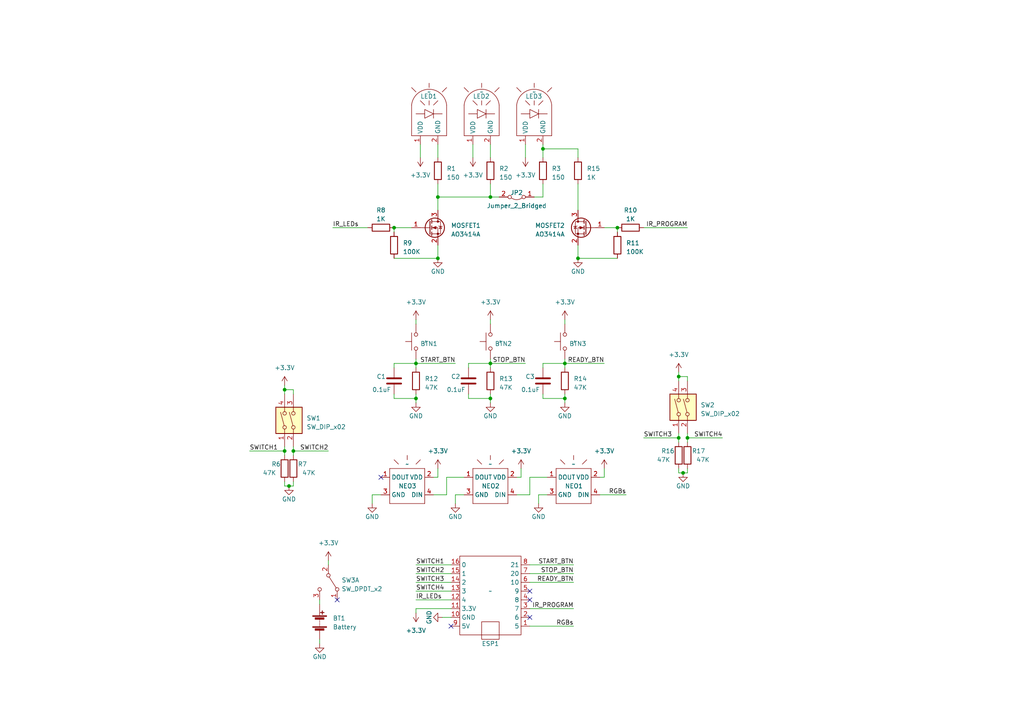
<source format=kicad_sch>
(kicad_sch (version 20230121) (generator eeschema)
  (paper "A4")
  (lib_symbols
    (symbol "Device:Battery" (pin_numbers hide) (pin_names (offset 0) hide)
      (property "Reference" "BT" (at 2.54 2.54 0))
      (property "Value" "Battery" (at 2.54 0 0))
      (symbol "Battery_0_1"
        (rectangle (start -2.032 -1.397) (end 2.032 -1.651) (fill (type outline)))
        (rectangle (start -2.032 1.778) (end 2.032 1.524) (fill (type outline)))
        (rectangle (start -1.3208 -1.9812) (end 1.27 -2.4892) (fill (type outline)))
        (rectangle (start -1.3208 1.1938) (end 1.27 0.6858) (fill (type outline)))
        (polyline (pts (xy 0 -1.524) (xy 0 -1.27)))
        (polyline (pts (xy 0 -1.016) (xy 0 -0.762)))
        (polyline (pts (xy 0 -0.508) (xy 0 -0.254)))
        (polyline (pts (xy 0 0) (xy 0 0.254)))
        (polyline (pts (xy 0 0.508) (xy 0 0.762)))
        (polyline (pts (xy 0 1.778) (xy 0 2.54)))
        (polyline (pts (xy 0.254 2.667) (xy 1.27 2.667)) (stroke (width 0.254)))
        (polyline (pts (xy 0.762 3.175) (xy 0.762 2.159)) (stroke (width 0.254)))
      )
      (symbol "Battery_1_1"
        (pin passive line (at 0 5.08 270) (length 2.54) (name "+") (number "1"))
        (pin passive line (at 0 -5.08 90) (length 2.54) (name "-") (number "2"))
      )
    )
    (symbol "Device:C" (pin_numbers hide) (pin_names (offset 0.254))
      (property "Reference" "C" (at 0.635 2.54 0))
      (property "Value" "C" (at 0.635 -2.54 0))
      (symbol "C_0_1"
        (polyline (pts (xy -2.032 -0.762) (xy 2.032 -0.762)) (stroke (width 0.508)))
        (polyline (pts (xy -2.032 0.762) (xy 2.032 0.762)) (stroke (width 0.508)))
      )
      (symbol "C_1_1"
        (pin passive line (at 0 3.81 270) (length 2.794) (name "~") (number "1"))
        (pin passive line (at 0 -3.81 90) (length 2.794) (name "~") (number "2"))
      )
    )
    (symbol "Device:R" (pin_numbers hide) (pin_names (offset 0))
      (property "Reference" "R" (at 2.032 0 90))
      (property "Value" "R" (at 0 0 90))
      (symbol "R_0_1"
        (rectangle (start -1.016 -2.54) (end 1.016 2.54) (stroke (width 0.254)))
      )
      (symbol "R_1_1"
        (pin passive line (at 0 3.81 270) (length 1.27) (name "~") (number "1"))
        (pin passive line (at 0 -3.81 90) (length 1.27) (name "~") (number "2"))
      )
    )
    (symbol "Jumper:Jumper_2_Bridged" (pin_names (offset 0) hide)
      (property "Reference" "JP" (at 0 1.905 0))
      (property "Value" "Jumper_2_Bridged" (at 0 -2.54 0))
      (symbol "Jumper_2_Bridged_0_0"
        (circle (center -2.032 0) (radius 0.508))
        (circle (center 2.032 0) (radius 0.508))
      )
      (symbol "Jumper_2_Bridged_0_1"
        (arc (start 1.524 0.254) (mid 0 0.762) (end -1.524 0.254))
      )
      (symbol "Jumper_2_Bridged_1_1"
        (pin passive line (at -5.08 0 0) (length 2.54) (name "A") (number "1"))
        (pin passive line (at 5.08 0 180) (length 2.54) (name "B") (number "2"))
      )
    )
    (symbol "Led_5mm_WS2812D__1"
      (property "Reference" "NEO1" (at 0 3.81 0))
      (property "Value" "~" (at 2.54 10.16 0))
      (symbol "Led_5mm_WS2812D__1_0_1"
        (polyline (pts (xy -2.54 -1.27) (xy -2.54 8.89)))
        (polyline (pts (xy -2.54 -1.27) (xy 7.62 -1.27)))
        (polyline (pts (xy -2.54 8.89) (xy 7.62 8.89)))
        (polyline (pts (xy 0 10.16) (xy -1.27 11.43)))
        (polyline (pts (xy 2.54 11.43) (xy 2.54 12.7)))
        (polyline (pts (xy 5.08 10.16) (xy 6.35 11.43)))
        (polyline (pts (xy 7.62 -1.27) (xy 7.62 8.89)))
      )
      (symbol "Led_5mm_WS2812D__1_1_1"
        (pin input line (at -5.08 6.35 0) (length 2.54) (name "DOUT") (number "1"))
        (pin power_in line (at 10.16 6.35 180) (length 2.54) (name "VDD") (number "2"))
        (pin power_out line (at -5.08 1.27 0) (length 2.54) (name "GND") (number "3"))
        (pin input line (at 10.16 1.27 180) (length 2.54) (name "DIN") (number "4"))
      )
    )
    (symbol "Led_5mm_WS2812D__2"
      (property "Reference" "NEO2" (at 0 10.16 0))
      (property "Value" "~" (at 2.54 11.43 0))
      (symbol "Led_5mm_WS2812D__2_0_1"
        (polyline (pts (xy -2.54 -1.27) (xy -2.54 7.62)))
        (polyline (pts (xy -2.54 -1.27) (xy 7.62 -1.27)))
        (polyline (pts (xy -1.27 11.43) (xy -2.54 12.7)))
        (polyline (pts (xy 1.27 7.62) (xy 0 8.89)))
        (polyline (pts (xy 2.54 7.62) (xy 2.54 8.89)))
        (polyline (pts (xy 2.54 12.7) (xy 2.54 13.97)))
        (polyline (pts (xy 3.81 5.08) (xy 6.35 5.08)))
        (polyline (pts (xy 3.81 6.35) (xy 3.81 3.81)))
        (polyline (pts (xy 3.81 7.62) (xy 5.08 8.89)))
        (polyline (pts (xy 6.35 11.43) (xy 7.62 12.7)))
        (polyline (pts (xy 7.62 -1.27) (xy 7.62 7.62)))
        (polyline (pts (xy -1.27 5.08) (xy 1.27 5.08) (xy 1.27 3.81) (xy 3.81 5.08) (xy 1.27 6.35) (xy 1.27 5.08) (xy 1.27 6.35)))
        (arc (start 7.62 7.62) (mid 2.54 12.2078) (end -2.54 7.62))
      )
      (symbol "Led_5mm_WS2812D__2_1_1"
        (pin power_in line (at 0 -3.81 90) (length 2.54) (name "VDD") (number "1"))
        (pin power_out line (at 5.08 -3.81 90) (length 2.54) (name "GND") (number "2"))
      )
    )
    (symbol "Switch:SW_DIP_x02" (pin_names (offset 0) hide)
      (property "Reference" "SW" (at 0 6.35 0))
      (property "Value" "SW_DIP_x02" (at 0 -3.81 0))
      (symbol "SW_DIP_x02_0_0"
        (circle (center -2.032 0) (radius 0.508))
        (circle (center -2.032 2.54) (radius 0.508))
        (polyline (pts (xy -1.524 0.127) (xy 2.3622 1.1684)))
        (polyline (pts (xy -1.524 2.667) (xy 2.3622 3.7084)))
        (circle (center 2.032 0) (radius 0.508))
        (circle (center 2.032 2.54) (radius 0.508))
      )
      (symbol "SW_DIP_x02_0_1"
        (rectangle (start -3.81 5.08) (end 3.81 -2.54) (stroke (width 0.254)) (fill (type background)))
      )
      (symbol "SW_DIP_x02_1_1"
        (pin passive line (at -7.62 2.54 0) (length 5.08) (name "~") (number "1"))
        (pin passive line (at -7.62 0 0) (length 5.08) (name "~") (number "2"))
        (pin passive line (at 7.62 0 180) (length 5.08) (name "~") (number "3"))
        (pin passive line (at 7.62 2.54 180) (length 5.08) (name "~") (number "4"))
      )
    )
    (symbol "Switch:SW_DPDT_x2" (pin_names (offset 0) hide)
      (property "Reference" "SW" (at 0 4.318 0))
      (property "Value" "SW_DPDT_x2" (at 0 -5.08 0))
      (symbol "SW_DPDT_x2_0_0"
        (circle (center -2.032 0) (radius 0.508))
        (circle (center 2.032 -2.54) (radius 0.508))
      )
      (symbol "SW_DPDT_x2_0_1"
        (polyline (pts (xy -1.524 0.254) (xy 1.651 2.286)))
        (circle (center 2.032 2.54) (radius 0.508))
      )
      (symbol "SW_DPDT_x2_1_1"
        (pin passive line (at 5.08 2.54 180) (length 2.54) (name "A") (number "1"))
        (pin passive line (at -5.08 0 0) (length 2.54) (name "B") (number "2"))
        (pin passive line (at 5.08 -2.54 180) (length 2.54) (name "C") (number "3"))
      )
      (symbol "SW_DPDT_x2_2_1"
        (pin passive line (at 5.08 2.54 180) (length 2.54) (name "A") (number "4"))
        (pin passive line (at -5.08 0 0) (length 2.54) (name "B") (number "5"))
        (pin passive line (at 5.08 -2.54 180) (length 2.54) (name "C") (number "6"))
      )
    )
    (symbol "Transistor_FET:AO3400A" (pin_names hide)
      (property "Reference" "Q" (at 5.08 1.905 0))
      (property "Value" "AO3400A" (at 5.08 0 0))
      (symbol "AO3400A_0_1"
        (polyline (pts (xy 0.254 0) (xy -2.54 0)))
        (polyline (pts (xy 0.254 1.905) (xy 0.254 -1.905)) (stroke (width 0.254)))
        (polyline (pts (xy 0.762 -1.27) (xy 0.762 -2.286)) (stroke (width 0.254)))
        (polyline (pts (xy 0.762 0.508) (xy 0.762 -0.508)) (stroke (width 0.254)))
        (polyline (pts (xy 0.762 2.286) (xy 0.762 1.27)) (stroke (width 0.254)))
        (polyline (pts (xy 2.54 2.54) (xy 2.54 1.778)))
        (polyline (pts (xy 2.54 -2.54) (xy 2.54 0) (xy 0.762 0)))
        (polyline (pts (xy 0.762 -1.778) (xy 3.302 -1.778) (xy 3.302 1.778) (xy 0.762 1.778)))
        (polyline (pts (xy 1.016 0) (xy 2.032 0.381) (xy 2.032 -0.381) (xy 1.016 0)) (fill (type outline)))
        (polyline (pts (xy 2.794 0.508) (xy 2.921 0.381) (xy 3.683 0.381) (xy 3.81 0.254)))
        (polyline (pts (xy 3.302 0.381) (xy 2.921 -0.254) (xy 3.683 -0.254) (xy 3.302 0.381)))
        (circle (center 1.651 0) (radius 2.794) (stroke (width 0.254)))
        (circle (center 2.54 -1.778) (radius 0.254) (fill (type outline)))
        (circle (center 2.54 1.778) (radius 0.254) (fill (type outline)))
      )
      (symbol "AO3400A_1_1"
        (pin input line (at -5.08 0 0) (length 2.54) (name "G") (number "1"))
        (pin passive line (at 2.54 -5.08 90) (length 2.54) (name "S") (number "2"))
        (pin passive line (at 2.54 5.08 270) (length 2.54) (name "D") (number "3"))
      )
    )
    (symbol "custom_symbols:Button" (pin_numbers hide) (pin_names (offset 1.016) hide)
      (property "Reference" "BTN" (at 1.27 2.54 0))
      (symbol "Button_0_1"
        (circle (center -2.032 0) (radius 0.508))
        (polyline (pts (xy 0 1.27) (xy 0 3.048)))
        (polyline (pts (xy 2.54 1.27) (xy -2.54 1.27)))
        (circle (center 2.032 0) (radius 0.508))
        (pin passive line (at -5.08 0 0) (length 2.54) (name "1") (number "1"))
        (pin passive line (at 5.08 0 180) (length 2.54) (name "2") (number "2"))
      )
    )
    (symbol "custom_symbols:ESP32_supermini"
      (property "Reference" "ESP1" (at 0 -1.27 0))
      (property "Value" "~" (at 0 -2.54 0))
      (symbol "ESP32_supermini_0_1"
        (rectangle (start -8.89 10.16) (end 8.89 -12.7))
        (rectangle (start -2.54 11.43) (end 2.54 6.35))
      )
      (symbol "ESP32_supermini_1_1"
        (pin bidirectional line (at -11.43 7.62 0) (length 2.54) (name "5") (number "1"))
        (pin power_in line (at 11.43 5.08 180) (length 2.54) (name "GND") (number "10"))
        (pin power_in line (at 11.43 2.54 180) (length 2.54) (name "3.3V") (number "11"))
        (pin bidirectional line (at 11.43 0 180) (length 2.54) (name "4") (number "12"))
        (pin bidirectional line (at 11.43 -2.54 180) (length 2.54) (name "3") (number "13"))
        (pin bidirectional line (at 11.43 -5.08 180) (length 2.54) (name "2") (number "14"))
        (pin bidirectional line (at 11.43 -7.62 180) (length 2.54) (name "1") (number "15"))
        (pin bidirectional line (at 11.43 -10.16 180) (length 2.54) (name "0") (number "16"))
        (pin bidirectional line (at -11.43 5.08 0) (length 2.54) (name "6") (number "2"))
        (pin bidirectional line (at -11.43 2.54 0) (length 2.54) (name "7") (number "3"))
        (pin bidirectional line (at -11.43 0 0) (length 2.54) (name "8") (number "4"))
        (pin bidirectional line (at -11.43 -2.54 0) (length 2.54) (name "9") (number "5"))
        (pin bidirectional line (at -11.43 -5.08 0) (length 2.54) (name "10") (number "6"))
        (pin bidirectional line (at -11.43 -7.62 0) (length 2.54) (name "20") (number "7"))
        (pin bidirectional line (at -11.43 -10.16 0) (length 2.54) (name "21") (number "8"))
        (pin power_in line (at 11.43 7.62 180) (length 2.54) (name "5V") (number "9"))
      )
    )
    (symbol "power:+3.3V" (power) (pin_names (offset 0))
      (property "Value" "+3.3V" (at 0 3.556 0))
      (symbol "+3.3V_0_1"
        (polyline (pts (xy -0.762 1.27) (xy 0 2.54)))
        (polyline (pts (xy 0 0) (xy 0 2.54)))
        (polyline (pts (xy 0 2.54) (xy 0.762 1.27)))
      )
      (symbol "+3.3V_1_1"
        (pin power_in line (at 0 0 90) (length 0) hide (name "+3.3V") (number "1"))
      )
    )
    (symbol "power:GND" (power) (pin_names (offset 0))
      (property "Value" "GND" (at 0 -3.81 0))
      (symbol "GND_0_1"
        (polyline (pts (xy 0 0) (xy 0 -1.27) (xy 1.27 -1.27) (xy 0 -2.54) (xy -1.27 -1.27) (xy 0 -1.27)))
      )
      (symbol "GND_1_1"
        (pin power_in line (at 0 0 270) (length 0) hide (name "GND") (number "1"))
      )
    )
  )
  (junction (at 127 74.93))
  (junction (at 142.24 57.15))
  (junction (at 82.55 130.81))
  (junction (at 127 57.15))
  (junction (at 199.39 127))
  (junction (at 83.82 140.97))
  (junction (at 120.65 115.57))
  (junction (at 157.48 43.18))
  (junction (at 196.85 109.22))
  (junction (at 179.07 66.04))
  (junction (at 163.83 115.57))
  (junction (at 163.83 105.41))
  (junction (at 85.09 130.81))
  (junction (at 114.3 66.04))
  (junction (at 142.24 105.41))
  (junction (at 167.64 74.93))
  (junction (at 198.12 137.16))
  (junction (at 120.65 105.41))
  (junction (at 196.85 127))
  (junction (at 142.24 115.57))
  (junction (at 82.55 113.03))
  (no_connect (at 110.49 138.43))
  (no_connect (at 153.67 179.07))
  (no_connect (at 97.79 173.99))
  (no_connect (at 130.81 181.61))
  (no_connect (at 153.67 171.45))
  (no_connect (at 153.67 173.99))
  (wire (pts (xy 82.55 129.54) (xy 82.55 130.81)))
  (wire (pts (xy 127 57.15) (xy 127 60.96)))
  (wire (pts (xy 120.65 105.41) (xy 120.65 106.68)))
  (wire (pts (xy 167.64 43.18) (xy 167.64 45.72)))
  (wire (pts (xy 166.37 166.37) (xy 153.67 166.37)))
  (wire (pts (xy 175.26 135.89) (xy 175.26 138.43)))
  (wire (pts (xy 142.24 53.34) (xy 142.24 57.15)))
  (wire (pts (xy 175.26 138.43) (xy 173.99 138.43)))
  (wire (pts (xy 157.48 43.18) (xy 167.64 43.18)))
  (wire (pts (xy 137.16 41.91) (xy 137.16 45.72)))
  (wire (pts (xy 179.07 66.04) (xy 179.07 67.31)))
  (wire (pts (xy 151.13 138.43) (xy 149.86 138.43)))
  (wire (pts (xy 142.24 105.41) (xy 152.4 105.41)))
  (wire (pts (xy 157.48 43.18) (xy 157.48 45.72)))
  (wire (pts (xy 163.83 105.41) (xy 157.48 105.41)))
  (wire (pts (xy 82.55 113.03) (xy 82.55 114.3)))
  (wire (pts (xy 157.48 41.91) (xy 157.48 43.18)))
  (wire (pts (xy 82.55 140.97) (xy 83.82 140.97)))
  (wire (pts (xy 130.81 166.37) (xy 120.65 166.37)))
  (wire (pts (xy 196.85 109.22) (xy 199.39 109.22)))
  (wire (pts (xy 153.67 143.51) (xy 153.67 138.43)))
  (wire (pts (xy 142.24 115.57) (xy 142.24 116.84)))
  (wire (pts (xy 142.24 41.91) (xy 142.24 45.72)))
  (wire (pts (xy 163.83 115.57) (xy 163.83 116.84)))
  (wire (pts (xy 157.48 105.41) (xy 157.48 106.68)))
  (wire (pts (xy 199.39 109.22) (xy 199.39 110.49)))
  (wire (pts (xy 153.67 138.43) (xy 158.75 138.43)))
  (wire (pts (xy 121.92 41.91) (xy 121.92 45.72)))
  (wire (pts (xy 166.37 176.53) (xy 153.67 176.53)))
  (wire (pts (xy 127 135.89) (xy 127 138.43)))
  (wire (pts (xy 120.65 115.57) (xy 120.65 116.84)))
  (wire (pts (xy 166.37 181.61) (xy 153.67 181.61)))
  (wire (pts (xy 107.95 143.51) (xy 107.95 146.05)))
  (wire (pts (xy 163.83 114.3) (xy 163.83 115.57)))
  (wire (pts (xy 163.83 104.14) (xy 163.83 105.41)))
  (wire (pts (xy 127 57.15) (xy 142.24 57.15)))
  (wire (pts (xy 199.39 125.73) (xy 199.39 127)))
  (wire (pts (xy 130.81 179.07) (xy 128.27 179.07)))
  (wire (pts (xy 198.12 137.16) (xy 199.39 137.16)))
  (wire (pts (xy 149.86 143.51) (xy 153.67 143.51)))
  (wire (pts (xy 127 138.43) (xy 125.73 138.43)))
  (wire (pts (xy 83.82 140.97) (xy 85.09 140.97)))
  (wire (pts (xy 163.83 92.71) (xy 163.83 93.98)))
  (wire (pts (xy 130.81 171.45) (xy 120.65 171.45)))
  (wire (pts (xy 158.75 143.51) (xy 156.21 143.51)))
  (wire (pts (xy 82.55 111.76) (xy 82.55 113.03)))
  (wire (pts (xy 129.54 143.51) (xy 129.54 138.43)))
  (wire (pts (xy 85.09 140.97) (xy 85.09 139.7)))
  (wire (pts (xy 114.3 66.04) (xy 114.3 67.31)))
  (wire (pts (xy 72.39 130.81) (xy 82.55 130.81)))
  (wire (pts (xy 82.55 113.03) (xy 85.09 113.03)))
  (wire (pts (xy 92.71 185.42) (xy 92.71 186.69)))
  (wire (pts (xy 163.83 105.41) (xy 163.83 106.68)))
  (wire (pts (xy 186.69 66.04) (xy 199.39 66.04)))
  (wire (pts (xy 85.09 130.81) (xy 95.25 130.81)))
  (wire (pts (xy 196.85 137.16) (xy 198.12 137.16)))
  (wire (pts (xy 130.81 168.91) (xy 120.65 168.91)))
  (wire (pts (xy 95.25 162.56) (xy 95.25 163.83)))
  (wire (pts (xy 92.71 173.99) (xy 92.71 175.26)))
  (wire (pts (xy 166.37 163.83) (xy 153.67 163.83)))
  (wire (pts (xy 199.39 127) (xy 209.55 127)))
  (wire (pts (xy 196.85 109.22) (xy 196.85 110.49)))
  (wire (pts (xy 151.13 135.89) (xy 151.13 138.43)))
  (wire (pts (xy 129.54 138.43) (xy 134.62 138.43)))
  (wire (pts (xy 199.39 127) (xy 199.39 128.27)))
  (wire (pts (xy 175.26 66.04) (xy 179.07 66.04)))
  (wire (pts (xy 173.99 143.51) (xy 181.61 143.51)))
  (wire (pts (xy 199.39 137.16) (xy 199.39 135.89)))
  (wire (pts (xy 120.65 176.53) (xy 120.65 177.8)))
  (wire (pts (xy 157.48 53.34) (xy 157.48 57.15)))
  (wire (pts (xy 142.24 105.41) (xy 142.24 106.68)))
  (wire (pts (xy 85.09 130.81) (xy 85.09 132.08)))
  (wire (pts (xy 114.3 66.04) (xy 119.38 66.04)))
  (wire (pts (xy 196.85 125.73) (xy 196.85 127)))
  (wire (pts (xy 127 53.34) (xy 127 57.15)))
  (wire (pts (xy 85.09 113.03) (xy 85.09 114.3)))
  (wire (pts (xy 166.37 168.91) (xy 153.67 168.91)))
  (wire (pts (xy 120.65 105.41) (xy 114.3 105.41)))
  (wire (pts (xy 142.24 57.15) (xy 144.78 57.15)))
  (wire (pts (xy 130.81 173.99) (xy 120.65 173.99)))
  (wire (pts (xy 167.64 74.93) (xy 179.07 74.93)))
  (wire (pts (xy 96.52 66.04) (xy 106.68 66.04)))
  (wire (pts (xy 110.49 143.51) (xy 107.95 143.51)))
  (wire (pts (xy 135.89 114.3) (xy 135.89 115.57)))
  (wire (pts (xy 154.94 57.15) (xy 157.48 57.15)))
  (wire (pts (xy 125.73 143.51) (xy 129.54 143.51)))
  (wire (pts (xy 85.09 129.54) (xy 85.09 130.81)))
  (wire (pts (xy 142.24 92.71) (xy 142.24 93.98)))
  (wire (pts (xy 130.81 163.83) (xy 120.65 163.83)))
  (wire (pts (xy 135.89 115.57) (xy 142.24 115.57)))
  (wire (pts (xy 157.48 115.57) (xy 163.83 115.57)))
  (wire (pts (xy 114.3 105.41) (xy 114.3 106.68)))
  (wire (pts (xy 156.21 143.51) (xy 156.21 146.05)))
  (wire (pts (xy 82.55 139.7) (xy 82.55 140.97)))
  (wire (pts (xy 114.3 114.3) (xy 114.3 115.57)))
  (wire (pts (xy 120.65 114.3) (xy 120.65 115.57)))
  (wire (pts (xy 157.48 114.3) (xy 157.48 115.57)))
  (wire (pts (xy 142.24 114.3) (xy 142.24 115.57)))
  (wire (pts (xy 120.65 92.71) (xy 120.65 93.98)))
  (wire (pts (xy 82.55 130.81) (xy 82.55 132.08)))
  (wire (pts (xy 186.69 127) (xy 196.85 127)))
  (wire (pts (xy 127 71.12) (xy 127 74.93)))
  (wire (pts (xy 134.62 143.51) (xy 132.08 143.51)))
  (wire (pts (xy 132.08 143.51) (xy 132.08 146.05)))
  (wire (pts (xy 120.65 104.14) (xy 120.65 105.41)))
  (wire (pts (xy 142.24 104.14) (xy 142.24 105.41)))
  (wire (pts (xy 142.24 105.41) (xy 135.89 105.41)))
  (wire (pts (xy 196.85 107.95) (xy 196.85 109.22)))
  (wire (pts (xy 196.85 127) (xy 196.85 128.27)))
  (wire (pts (xy 163.83 105.41) (xy 175.26 105.41)))
  (wire (pts (xy 167.64 71.12) (xy 167.64 74.93)))
  (wire (pts (xy 120.65 105.41) (xy 132.08 105.41)))
  (wire (pts (xy 152.4 41.91) (xy 152.4 45.72)))
  (wire (pts (xy 130.81 176.53) (xy 120.65 176.53)))
  (wire (pts (xy 196.85 135.89) (xy 196.85 137.16)))
  (wire (pts (xy 135.89 105.41) (xy 135.89 106.68)))
  (wire (pts (xy 114.3 74.93) (xy 127 74.93)))
  (wire (pts (xy 114.3 115.57) (xy 120.65 115.57)))
  (wire (pts (xy 127 41.91) (xy 127 45.72)))
  (wire (pts (xy 167.64 53.34) (xy 167.64 60.96)))
  (label "START_BTN" (at 166.37 163.83 180))
  (label "SWITCH2" (at 120.65 166.37 0))
  (label "IR_PROGRAM" (at 166.37 176.53 180))
  (label "READY_BTN" (at 175.26 105.41 180))
  (label "SWITCH1" (at 120.65 163.83 0))
  (label "SWITCH2" (at 95.25 130.81 180))
  (label "SWITCH4" (at 209.55 127 180))
  (label "RGBs" (at 181.61 143.51 180))
  (label "STOP_BTN" (at 152.4 105.41 180))
  (label "READY_BTN" (at 166.37 168.91 180))
  (label "IR_LEDs" (at 120.65 173.99 0))
  (label "SWITCH3" (at 120.65 168.91 0))
  (label "IR_PROGRAM" (at 199.39 66.04 180))
  (label "SWITCH3" (at 186.69 127 0))
  (label "IR_LEDs" (at 96.52 66.04 0))
  (label "SWITCH1" (at 72.39 130.81 0))
  (label "STOP_BTN" (at 166.37 166.37 180))
  (label "SWITCH4" (at 120.65 171.45 0))
  (label "RGBs" (at 166.37 181.61 180))
  (label "START_BTN" (at 132.08 105.41 180))
  (symbol (lib_id "Device:R") (at 114.3 71.12 0) (unit 1)
    (property "Reference" "R9" (at 116.84 70.485 0) (effects (justify left)))
    (property "Value" "100K" (at 116.84 73.025 0) (effects (justify left)))
    (property "Footprint" "Resistor_SMD:R_0805_2012Metric_Pad1.20x1.40mm_HandSolder" (effects hide))
  )
  (symbol (lib_id "custom_symbols:Button") (at 120.65 99.06 90) (unit 1)
    (property "Reference" "BTN1" (at 121.92 99.695 90) (effects (justify right)))
    (property "Value" "~" (at 123.444 99.06 0))
    (property "Footprint" "Button_Switch_SMD:SW_Push_1P1T_NO_6x6mm_H9.5mm" (effects hide))
    (property "Aliexpress" "https://es.aliexpress.com/item/1005005602103011.html" (effects hide))
  )
  (symbol (lib_id "Device:R") (at 157.48 49.53 0) (unit 1)
    (property "Reference" "R3" (at 160.02 48.895 0) (effects (justify left)))
    (property "Value" "150" (at 160.02 51.435 0) (effects (justify left)))
    (property "Footprint" "Resistor_SMD:R_0805_2012Metric_Pad1.20x1.40mm_HandSolder" (effects hide))
  )
  (symbol (lib_id "power:GND") (at 127 74.93 0) (unit 1)
    (property "Reference" "#PWR03" (effects hide))
    (property "Value" "GND" (at 127 78.74 0))
  )
  (symbol (lib_id "power:+3.3V") (at 82.55 111.76 0) (unit 1)
    (property "Reference" "#PWR020" (effects hide))
    (property "Value" "+3.3V" (at 82.55 106.68 0))
  )
  (symbol (lib_name "Led_5mm_WS2812D__1") (lib_id "custom_symbols:Led_5mm_WS2812D_") (at 139.7 144.78 0) (unit 1)
    (property "Reference" "NEO2" (at 139.7 140.97 0) (effects (justify left)))
    (property "Value" "~" (at 142.24 134.62 0))
    (property "Footprint" "LED_SMD:LED_WS2812B-2020_PLCC4_2.0x2.0mm" (effects hide))
    (property "Aliexpress" "https://es.aliexpress.com/item/1005006449117605.html" (effects hide))
  )
  (symbol (lib_id "Device:R") (at 127 49.53 0) (unit 1)
    (property "Reference" "R1" (at 129.54 48.895 0) (effects (justify left)))
    (property "Value" "150" (at 129.54 51.435 0) (effects (justify left)))
    (property "Footprint" "Resistor_SMD:R_0805_2012Metric_Pad1.20x1.40mm_HandSolder" (effects hide))
  )
  (symbol (lib_id "power:+3.3V") (at 175.26 135.89 0) (unit 1)
    (property "Reference" "#PWR09" (effects hide))
    (property "Value" "+3.3V" (at 175.26 130.81 0))
  )
  (symbol (lib_id "Device:Battery") (at 92.71 180.34 0) (unit 1)
    (property "Reference" "BT1" (at 96.52 179.324 0) (effects (justify left)))
    (property "Value" "Battery" (at 96.52 181.864 0) (effects (justify left)))
    (property "Footprint" "Battery:BatteryHolder_Keystone_3002_1x2032" (effects hide))
    (property "Aliexpress" "https://es.aliexpress.com/item/1005006029630007.html" (effects hide))
  )
  (symbol (lib_id "power:GND") (at 120.65 116.84 0) (unit 1)
    (property "Reference" "#PWR017" (effects hide))
    (property "Value" "GND" (at 120.65 120.65 0))
  )
  (symbol (lib_id "power:GND") (at 132.08 146.05 0) (unit 1)
    (property "Reference" "#PWR010" (effects hide))
    (property "Value" "GND" (at 132.08 149.86 0))
  )
  (symbol (lib_name "Led_5mm_WS2812D__1") (lib_id "custom_symbols:Led_5mm_WS2812D_") (at 163.83 144.78 0) (unit 1)
    (property "Reference" "NEO1" (at 163.83 140.97 0) (effects (justify left)))
    (property "Value" "~" (at 166.37 134.62 0))
    (property "Footprint" "LED_SMD:LED_WS2812B-2020_PLCC4_2.0x2.0mm" (effects hide))
    (property "Aliexpress" "https://es.aliexpress.com/item/1005006449117605.html" (effects hide))
  )
  (symbol (lib_id "Device:R") (at 196.85 132.08 0) (unit 1)
    (property "Reference" "R16" (at 191.77 130.81 0) (effects (justify left)))
    (property "Value" "47K" (at 190.5 133.35 0) (effects (justify left)))
    (property "Footprint" "Resistor_SMD:R_0805_2012Metric_Pad1.20x1.40mm_HandSolder" (effects hide))
  )
  (symbol (lib_id "power:+3.3V") (at 137.16 45.72 180) (unit 1)
    (property "Reference" "#PWR06" (effects hide))
    (property "Value" "+3.3V" (at 137.16 50.8 0))
  )
  (symbol (lib_id "Device:R") (at 85.09 135.89 0) (unit 1)
    (property "Reference" "R7" (at 86.36 134.62 0) (effects (justify left)))
    (property "Value" "47K" (at 87.63 137.16 0) (effects (justify left)))
    (property "Footprint" "Resistor_SMD:R_0805_2012Metric_Pad1.20x1.40mm_HandSolder" (effects hide))
  )
  (symbol (lib_id "power:GND") (at 92.71 186.69 0) (unit 1)
    (property "Reference" "#PWR021" (effects hide))
    (property "Value" "GND" (at 92.71 190.5 0))
  )
  (symbol (lib_id "Switch:SW_DIP_x02") (at 199.39 118.11 90) (unit 1)
    (property "Reference" "SW2" (at 203.2 117.475 90) (effects (justify right)))
    (property "Value" "SW_DIP_x02" (at 203.2 120.015 90) (effects (justify right)))
    (property "Footprint" "Button_Switch_SMD:SW_DIP_SPSTx02_Slide_6.7x6.64mm_W8.61mm_P2.54mm_LowProfile" (effects hide))
    (property "Aliexpress" "https://es.aliexpress.com/item/1005006144087226.html" (effects hide))
  )
  (symbol (lib_id "power:GND") (at 198.12 137.16 0) (unit 1)
    (property "Reference" "#PWR02" (effects hide))
    (property "Value" "GND" (at 198.12 140.97 0))
  )
  (symbol (lib_id "Device:C") (at 135.89 110.49 0) (mirror y) (unit 1)
    (property "Reference" "C2" (at 130.81 109.22 0) (effects (justify right)))
    (property "Value" "0.1uF" (at 129.54 113.03 0) (effects (justify right)))
    (property "Footprint" "Capacitor_SMD:C_0805_2012Metric_Pad1.18x1.45mm_HandSolder" (effects hide))
  )
  (symbol (lib_id "Device:R") (at 167.64 49.53 0) (unit 1)
    (property "Reference" "R15" (at 170.18 48.895 0) (effects (justify left)))
    (property "Value" "1K" (at 170.18 51.435 0) (effects (justify left)))
    (property "Footprint" "Resistor_SMD:R_0805_2012Metric_Pad1.20x1.40mm_HandSolder" (effects hide))
  )
  (symbol (lib_id "Device:R") (at 110.49 66.04 90) (unit 1)
    (property "Reference" "R8" (at 110.49 60.96 90))
    (property "Value" "1K" (at 110.49 63.5 90))
    (property "Footprint" "Resistor_SMD:R_0805_2012Metric_Pad1.20x1.40mm_HandSolder" (effects hide))
  )
  (symbol (lib_id "Switch:SW_DPDT_x2") (at 95.25 168.91 270) (unit 1)
    (property "Reference" "SW3" (at 99.06 168.275 90) (effects (justify left)))
    (property "Value" "SW_DPDT_x2" (at 99.06 170.815 90) (effects (justify left)))
    (property "Footprint" "Button_Switch_SMD:SW_SPDT_PCM12" (effects hide))
    (property "Aliexpress" "https://es.aliexpress.com/item/32963237441.html" (effects hide))
  )
  (symbol (lib_name "Led_5mm_WS2812D__2") (lib_id "custom_symbols:Led_5mm_WS2812D_") (at 152.4 38.1 0) (unit 1)
    (property "Reference" "LED3" (at 152.4 27.94 0) (effects (justify left)))
    (property "Value" "~" (at 154.94 26.67 0))
    (property "Footprint" "LED_SMD:LED_PLCC-2_3x2mm_KA" (effects hide))
    (property "Aliexpress" "https://es.aliexpress.com/item/1005003852381793.html" (effects hide))
  )
  (symbol (lib_name "Led_5mm_WS2812D__1") (lib_id "custom_symbols:Led_5mm_WS2812D_") (at 115.57 144.78 0) (unit 1)
    (property "Reference" "NEO3" (at 115.57 140.97 0) (effects (justify left)))
    (property "Value" "~" (at 118.11 134.62 0))
    (property "Footprint" "LED_SMD:LED_WS2812B-2020_PLCC4_2.0x2.0mm" (effects hide))
    (property "Aliexpress" "https://es.aliexpress.com/item/1005006449117605.html" (effects hide))
  )
  (symbol (lib_id "power:+3.3V") (at 95.25 162.56 0) (unit 1)
    (property "Reference" "#PWR023" (effects hide))
    (property "Value" "+3.3V" (at 95.25 157.48 0))
  )
  (symbol (lib_id "power:+3.3V") (at 142.24 92.71 0) (unit 1)
    (property "Reference" "#PWR015" (effects hide))
    (property "Value" "+3.3V" (at 142.24 87.63 0))
  )
  (symbol (lib_id "power:GND") (at 163.83 116.84 0) (unit 1)
    (property "Reference" "#PWR019" (effects hide))
    (property "Value" "GND" (at 163.83 120.65 0))
  )
  (symbol (lib_id "Device:R") (at 142.24 49.53 0) (unit 1)
    (property "Reference" "R2" (at 144.78 48.895 0) (effects (justify left)))
    (property "Value" "150" (at 144.78 51.435 0) (effects (justify left)))
    (property "Footprint" "Resistor_SMD:R_0805_2012Metric_Pad1.20x1.40mm_HandSolder" (effects hide))
  )
  (symbol (lib_id "power:+3.3V") (at 127 135.89 0) (unit 1)
    (property "Reference" "#PWR013" (effects hide))
    (property "Value" "+3.3V" (at 127 130.81 0))
  )
  (symbol (lib_id "Transistor_FET:AO3400A") (at 170.18 66.04 0) (mirror y) (unit 1)
    (property "Reference" "MOSFET2" (at 163.83 65.405 0) (effects (justify left)))
    (property "Value" "AO3414A" (at 163.83 67.945 0) (effects (justify left)))
    (property "Footprint" "Package_TO_SOT_SMD:SOT-23" (effects hide))
    (property "Datasheet" "http://www.aosmd.com/pdfs/datasheet/AO3400A.pdf" (effects hide))
  )
  (symbol (lib_name "Led_5mm_WS2812D__2") (lib_id "custom_symbols:Led_5mm_WS2812D_") (at 137.16 38.1 0) (unit 1)
    (property "Reference" "LED2" (at 137.16 27.94 0) (effects (justify left)))
    (property "Value" "~" (at 139.7 26.67 0))
    (property "Footprint" "LED_SMD:LED_PLCC-2_3x2mm_KA" (effects hide))
    (property "Aliexpress" "https://es.aliexpress.com/item/1005003852381793.html" (effects hide))
  )
  (symbol (lib_id "power:+3.3V") (at 151.13 135.89 0) (unit 1)
    (property "Reference" "#PWR011" (effects hide))
    (property "Value" "+3.3V" (at 151.13 130.81 0))
  )
  (symbol (lib_id "custom_symbols:Button") (at 163.83 99.06 90) (unit 1)
    (property "Reference" "BTN3" (at 165.1 99.695 90) (effects (justify right)))
    (property "Value" "~" (at 166.624 99.06 0))
    (property "Footprint" "Button_Switch_SMD:SW_Push_1P1T_NO_6x6mm_H9.5mm" (effects hide))
    (property "Aliexpress" "https://es.aliexpress.com/item/1005005602103011.html" (effects hide))
  )
  (symbol (lib_id "power:+3.3V") (at 120.65 177.8 180) (unit 1)
    (property "Reference" "#PWR024" (effects hide))
    (property "Value" "+3.3V" (at 120.65 182.88 0))
  )
  (symbol (lib_name "Led_5mm_WS2812D__2") (lib_id "custom_symbols:Led_5mm_WS2812D_") (at 121.92 38.1 0) (unit 1)
    (property "Reference" "LED1" (at 121.92 27.94 0) (effects (justify left)))
    (property "Value" "~" (at 124.46 26.67 0))
    (property "Footprint" "LED_SMD:LED_PLCC-2_3x2mm_KA" (effects hide))
    (property "Aliexpress" "https://es.aliexpress.com/item/1005003852381793.html" (effects hide))
  )
  (symbol (lib_id "power:GND") (at 128.27 179.07 270) (unit 1)
    (property "Reference" "#PWR025" (effects hide))
    (property "Value" "GND" (at 124.46 179.07 0))
  )
  (symbol (lib_id "Device:R") (at 179.07 71.12 0) (unit 1)
    (property "Reference" "R11" (at 181.61 70.485 0) (effects (justify left)))
    (property "Value" "100K" (at 181.61 73.025 0) (effects (justify left)))
    (property "Footprint" "Resistor_SMD:R_0805_2012Metric_Pad1.20x1.40mm_HandSolder" (effects hide))
  )
  (symbol (lib_id "Transistor_FET:AO3400A") (at 124.46 66.04 0) (unit 1)
    (property "Reference" "MOSFET1" (at 130.81 65.405 0) (effects (justify left)))
    (property "Value" "AO3414A" (at 130.81 67.945 0) (effects (justify left)))
    (property "Footprint" "Package_TO_SOT_SMD:SOT-23" (effects hide))
    (property "Datasheet" "http://www.aosmd.com/pdfs/datasheet/AO3400A.pdf" (effects hide))
  )
  (symbol (lib_id "power:+3.3V") (at 121.92 45.72 180) (unit 1)
    (property "Reference" "#PWR05" (effects hide))
    (property "Value" "+3.3V" (at 121.92 50.8 0))
  )
  (symbol (lib_id "power:+3.3V") (at 196.85 107.95 0) (unit 1)
    (property "Reference" "#PWR022" (effects hide))
    (property "Value" "+3.3V" (at 196.85 102.87 0))
  )
  (symbol (lib_id "custom_symbols:ESP32_supermini") (at 142.24 173.99 180) (unit 1)
    (property "Reference" "ESP1" (at 142.24 186.69 0))
    (property "Value" "~" (at 142.24 171.45 0))
    (property "Footprint" "custom_footprints:ESP32_supermini" (effects hide))
    (property "Aliexpress" "https://es.aliexpress.com/item/1005006350465839.html" (effects hide))
  )
  (symbol (lib_id "power:GND") (at 167.64 74.93 0) (unit 1)
    (property "Reference" "#PWR04" (effects hide))
    (property "Value" "GND" (at 167.64 78.74 0))
  )
  (symbol (lib_id "Jumper:Jumper_2_Bridged") (at 149.86 57.15 180) (unit 1)
    (property "Reference" "JP2" (at 149.86 55.88 0))
    (property "Value" "Jumper_2_Bridged" (at 149.86 59.69 0))
    (property "Footprint" "Jumper:SolderJumper-2_P1.3mm_Bridged_Pad1.0x1.5mm" (effects hide))
  )
  (symbol (lib_id "custom_symbols:Button") (at 142.24 99.06 90) (unit 1)
    (property "Reference" "BTN2" (at 143.51 99.695 90) (effects (justify right)))
    (property "Value" "~" (at 145.034 99.06 0))
    (property "Footprint" "Button_Switch_SMD:SW_Push_1P1T_NO_6x6mm_H9.5mm" (effects hide))
    (property "Aliexpress" "https://es.aliexpress.com/item/1005005602103011.html" (effects hide))
  )
  (symbol (lib_id "power:+3.3V") (at 152.4 45.72 180) (unit 1)
    (property "Reference" "#PWR07" (effects hide))
    (property "Value" "+3.3V" (at 152.4 50.8 0))
  )
  (symbol (lib_id "Device:C") (at 157.48 110.49 0) (mirror y) (unit 1)
    (property "Reference" "C3" (at 152.4 109.22 0) (effects (justify right)))
    (property "Value" "0.1uF" (at 151.13 113.03 0) (effects (justify right)))
    (property "Footprint" "Capacitor_SMD:C_0805_2012Metric_Pad1.18x1.45mm_HandSolder" (effects hide))
  )
  (symbol (lib_id "power:GND") (at 83.82 140.97 0) (unit 1)
    (property "Reference" "#PWR01" (effects hide))
    (property "Value" "GND" (at 83.82 144.78 0))
  )
  (symbol (lib_id "Device:R") (at 82.55 135.89 0) (unit 1)
    (property "Reference" "R6" (at 78.74 134.62 0) (effects (justify left)))
    (property "Value" "47K" (at 76.2 137.16 0) (effects (justify left)))
    (property "Footprint" "Resistor_SMD:R_0805_2012Metric_Pad1.20x1.40mm_HandSolder" (effects hide))
  )
  (symbol (lib_id "power:GND") (at 156.21 146.05 0) (unit 1)
    (property "Reference" "#PWR08" (effects hide))
    (property "Value" "GND" (at 156.21 149.86 0))
  )
  (symbol (lib_id "power:GND") (at 142.24 116.84 0) (unit 1)
    (property "Reference" "#PWR018" (effects hide))
    (property "Value" "GND" (at 142.24 120.65 0))
  )
  (symbol (lib_id "Device:R") (at 182.88 66.04 90) (unit 1)
    (property "Reference" "R10" (at 182.88 60.96 90))
    (property "Value" "1K" (at 182.88 63.5 90))
    (property "Footprint" "Resistor_SMD:R_0805_2012Metric_Pad1.20x1.40mm_HandSolder" (effects hide))
  )
  (symbol (lib_id "power:+3.3V") (at 120.65 92.71 0) (unit 1)
    (property "Reference" "#PWR014" (effects hide))
    (property "Value" "+3.3V" (at 120.65 87.63 0))
  )
  (symbol (lib_id "Device:R") (at 142.24 110.49 0) (unit 1)
    (property "Reference" "R13" (at 144.78 109.855 0) (effects (justify left)))
    (property "Value" "47K" (at 144.78 112.395 0) (effects (justify left)))
    (property "Footprint" "Resistor_SMD:R_0805_2012Metric_Pad1.20x1.40mm_HandSolder" (effects hide))
  )
  (symbol (lib_id "Device:R") (at 120.65 110.49 0) (unit 1)
    (property "Reference" "R12" (at 123.19 109.855 0) (effects (justify left)))
    (property "Value" "47K" (at 123.19 112.395 0) (effects (justify left)))
    (property "Footprint" "Resistor_SMD:R_0805_2012Metric_Pad1.20x1.40mm_HandSolder" (effects hide))
  )
  (symbol (lib_id "Device:R") (at 163.83 110.49 0) (unit 1)
    (property "Reference" "R14" (at 166.37 109.855 0) (effects (justify left)))
    (property "Value" "47K" (at 166.37 112.395 0) (effects (justify left)))
    (property "Footprint" "Resistor_SMD:R_0805_2012Metric_Pad1.20x1.40mm_HandSolder" (effects hide))
  )
  (symbol (lib_id "power:+3.3V") (at 163.83 92.71 0) (unit 1)
    (property "Reference" "#PWR016" (effects hide))
    (property "Value" "+3.3V" (at 163.83 87.63 0))
  )
  (symbol (lib_id "Switch:SW_DIP_x02") (at 85.09 121.92 90) (unit 1)
    (property "Reference" "SW1" (at 88.9 121.285 90) (effects (justify right)))
    (property "Value" "SW_DIP_x02" (at 88.9 123.825 90) (effects (justify right)))
    (property "Footprint" "Button_Switch_SMD:SW_DIP_SPSTx02_Slide_6.7x6.64mm_W8.61mm_P2.54mm_LowProfile" (effects hide))
    (property "Aliexpress" "https://es.aliexpress.com/item/1005006144087226.html" (effects hide))
  )
  (symbol (lib_id "power:GND") (at 107.95 146.05 0) (unit 1)
    (property "Reference" "#PWR012" (effects hide))
    (property "Value" "GND" (at 107.95 149.86 0))
  )
  (symbol (lib_id "Device:C") (at 114.3 110.49 0) (mirror y) (unit 1)
    (property "Reference" "C1" (at 109.22 109.22 0) (effects (justify right)))
    (property "Value" "0.1uF" (at 107.95 113.03 0) (effects (justify right)))
    (property "Footprint" "Capacitor_SMD:C_0805_2012Metric_Pad1.18x1.45mm_HandSolder" (effects hide))
  )
  (symbol (lib_id "Device:R") (at 199.39 132.08 0) (unit 1)
    (property "Reference" "R17" (at 200.66 130.81 0) (effects (justify left)))
    (property "Value" "47K" (at 201.93 133.35 0) (effects (justify left)))
    (property "Footprint" "Resistor_SMD:R_0805_2012Metric_Pad1.20x1.40mm_HandSolder" (effects hide))
  )
)
</source>
